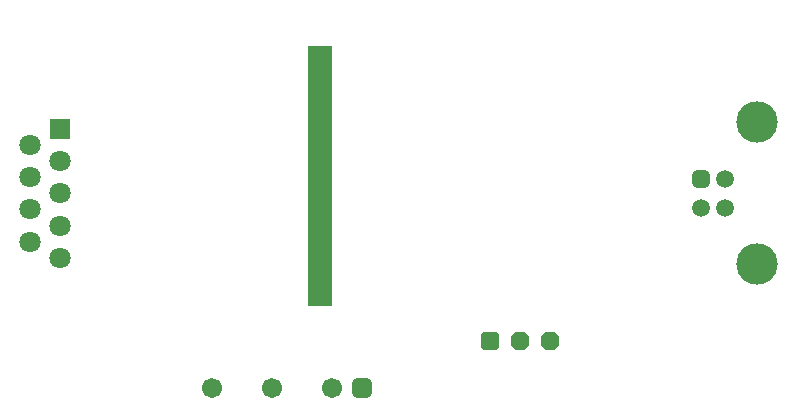
<source format=gbs>
G04*
G04 #@! TF.GenerationSoftware,Altium Limited,Altium Designer,22.3.1 (43)*
G04*
G04 Layer_Color=16711935*
%FSLAX25Y25*%
%MOIN*%
G70*
G04*
G04 #@! TF.SameCoordinates,38A5807E-C0B9-4130-B18F-62B70C513CF8*
G04*
G04*
G04 #@! TF.FilePolarity,Negative*
G04*
G01*
G75*
%ADD35R,0.07874X0.86614*%
%ADD62C,0.06699*%
G04:AMPARAMS|DCode=63|XSize=66.99mil|YSize=66.99mil|CornerRadius=17.75mil|HoleSize=0mil|Usage=FLASHONLY|Rotation=0.000|XOffset=0mil|YOffset=0mil|HoleType=Round|Shape=RoundedRectangle|*
%AMROUNDEDRECTD63*
21,1,0.06699,0.03150,0,0,0.0*
21,1,0.03150,0.06699,0,0,0.0*
1,1,0.03550,0.01575,-0.01575*
1,1,0.03550,-0.01575,-0.01575*
1,1,0.03550,-0.01575,0.01575*
1,1,0.03550,0.01575,0.01575*
%
%ADD63ROUNDEDRECTD63*%
%ADD64P,0.06825X8X22.5*%
G04:AMPARAMS|DCode=65|XSize=63.06mil|YSize=63.06mil|CornerRadius=16.76mil|HoleSize=0mil|Usage=FLASHONLY|Rotation=0.000|XOffset=0mil|YOffset=0mil|HoleType=Round|Shape=RoundedRectangle|*
%AMROUNDEDRECTD65*
21,1,0.06306,0.02953,0,0,0.0*
21,1,0.02953,0.06306,0,0,0.0*
1,1,0.03353,0.01476,-0.01476*
1,1,0.03353,-0.01476,-0.01476*
1,1,0.03353,-0.01476,0.01476*
1,1,0.03353,0.01476,0.01476*
%
%ADD65ROUNDEDRECTD65*%
%ADD66C,0.00400*%
%ADD67C,0.07093*%
%ADD68R,0.07093X0.07093*%
%ADD69C,0.13786*%
%ADD70C,0.05912*%
G04:AMPARAMS|DCode=71|XSize=59.12mil|YSize=59.12mil|CornerRadius=15.78mil|HoleSize=0mil|Usage=FLASHONLY|Rotation=90.000|XOffset=0mil|YOffset=0mil|HoleType=Round|Shape=RoundedRectangle|*
%AMROUNDEDRECTD71*
21,1,0.05912,0.02756,0,0,90.0*
21,1,0.02756,0.05912,0,0,90.0*
1,1,0.03156,0.01378,0.01378*
1,1,0.03156,0.01378,-0.01378*
1,1,0.03156,-0.01378,-0.01378*
1,1,0.03156,-0.01378,0.01378*
%
%ADD71ROUNDEDRECTD71*%
D35*
X114173Y82677D02*
D03*
D62*
X118425Y11811D02*
D03*
X78425D02*
D03*
X98425D02*
D03*
D63*
X128425Y11811D02*
D03*
D64*
X191102Y27559D02*
D03*
X181102D02*
D03*
D65*
X171102D02*
D03*
D66*
X22500Y27559D02*
D03*
Y125984D02*
D03*
X255906Y15748D02*
D03*
Y137795D02*
D03*
D67*
X17500Y60590D02*
D03*
Y71378D02*
D03*
Y82165D02*
D03*
Y92953D02*
D03*
X27500Y55197D02*
D03*
Y65984D02*
D03*
Y76772D02*
D03*
Y87559D02*
D03*
D68*
Y98347D02*
D03*
D69*
X259842Y53150D02*
D03*
Y100394D02*
D03*
D70*
X249213Y71850D02*
D03*
Y81693D02*
D03*
X241339Y71850D02*
D03*
D71*
Y81693D02*
D03*
M02*

</source>
